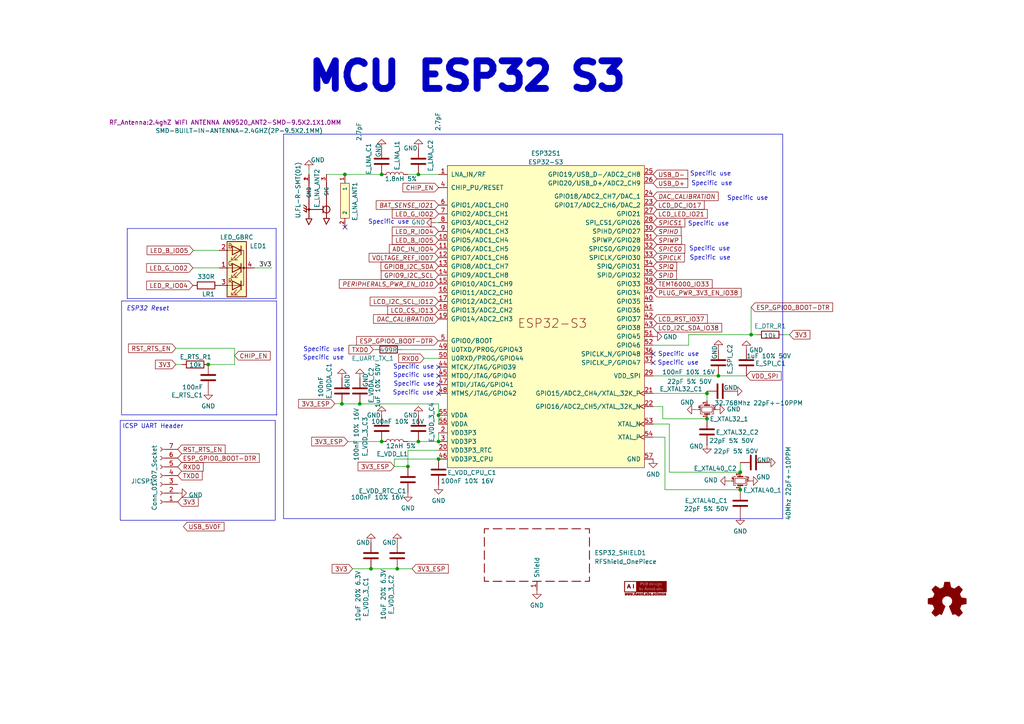
<source format=kicad_sch>
(kicad_sch (version 20230121) (generator eeschema)
  (paper "A4")
  (title_block (title "ESP32 S3") (date "2023-11-30") (rev "11-2022") (company "AeonLabs (https://github.com/aeonSolutions)"))
  (lib_symbols
    (symbol "Connector:Conn_01x07_Socket" (pin_names (offset 1.016) hide)
      (property "Reference" "J" (at 0 10.16 0))
      (property "Value" "Conn_01x07_Socket" (at 0 -10.16 0))
      (symbol "Conn_01x07_Socket_1_1"
        (pin passive line (at -5.08 7.62 0) (length 3.81) (name "Pin_1") (number "1"))
        (pin passive line (at -5.08 5.08 0) (length 3.81) (name "Pin_2") (number "2"))
        (pin passive line (at -5.08 2.54 0) (length 3.81) (name "Pin_3") (number "3"))
        (pin passive line (at -5.08 0 0) (length 3.81) (name "Pin_4") (number "4"))
        (pin passive line (at -5.08 -2.54 0) (length 3.81) (name "Pin_5") (number "5"))
        (pin passive line (at -5.08 -5.08 0) (length 3.81) (name "Pin_6") (number "6"))
        (pin passive line (at -5.08 -7.62 0) (length 3.81) (name "Pin_7") (number "7"))
      )
    )
    (symbol "Device:C" (pin_numbers hide) (pin_names (offset 0.254))
      (property "Reference" "C" (at 0.635 2.54 0))
      (property "Value" "C" (at 0.635 -2.54 0))
      (symbol "C_1_1"
        (pin passive line (at 0 3.81 270) (length 2.794) (name "~") (number "1"))
        (pin passive line (at 0 -3.81 90) (length 2.794) (name "~") (number "2"))
      )
    )
    (symbol "Device:Crystal_GND24_Small" (pin_names (offset 1.016) hide)
      (property "Reference" "Y" (at 1.27 4.445 0))
      (property "Value" "Crystal_GND24_Small" (at 1.27 2.54 0))
      (symbol "Crystal_GND24_Small_1_1"
        (pin passive line (at -2.54 0 0) (length 1.27) (name "1") (number "1"))
        (pin passive line (at 0 -2.54 90) (length 0.635) (name "2") (number "2"))
        (pin passive line (at 2.54 0 180) (length 1.27) (name "3") (number "3"))
        (pin passive line (at 0 2.54 270) (length 0.635) (name "4") (number "4"))
      )
    )
    (symbol "Device:L" (pin_numbers hide) (pin_names (offset 1.016) hide)
      (property "Reference" "L" (at -1.27 0 90))
      (property "Value" "L" (at 1.905 0 90))
      (symbol "L_1_1"
        (pin passive line (at 0 3.81 270) (length 1.27) (name "1") (number "1"))
        (pin passive line (at 0 -3.81 90) (length 1.27) (name "2") (number "2"))
      )
    )
    (symbol "Device:LED_GBRC" (pin_names (offset 0) hide)
      (property "Reference" "D" (at 0 9.398 0))
      (property "Value" "Device_LED_GBRC" (at 0 -8.89 0))
      (symbol "LED_GBRC_0_0"
        (text "B" (at 1.905 -6.35 0) (effects (font (size 1.27 1.27))))
        (text "G" (at 1.905 -1.27 0) (effects (font (size 1.27 1.27))))
        (text "R" (at 1.905 3.81 0) (effects (font (size 1.27 1.27))))
      )
      (symbol "LED_GBRC_1_1"
        (pin passive line (at 5.08 0 180) (length 2.54) (name "GA") (number "1"))
        (pin passive line (at 5.08 -5.08 180) (length 2.54) (name "BA") (number "2"))
        (pin passive line (at 5.08 5.08 180) (length 2.54) (name "RA") (number "3"))
        (pin passive line (at -5.08 0 0) (length 2.54) (name "K") (number "4"))
      )
    )
    (symbol "Device:R" (pin_numbers hide) (pin_names (offset 0))
      (property "Reference" "R" (at 2.032 0 90))
      (property "Value" "R" (at 0 0 90))
      (symbol "R_1_1"
        (pin passive line (at 0 3.81 270) (length 1.27) (name "~") (number "1"))
        (pin passive line (at 0 -3.81 90) (length 1.27) (name "~") (number "2"))
      )
    )
    (symbol "Device:RFShield_OnePiece" (pin_names (offset 1.016))
      (property "Reference" "J" (at 0 5.08 0))
      (property "Value" "RFShield_OnePiece" (at 0 2.54 0))
      (symbol "RFShield_OnePiece_1_1"
        (pin passive line (at 0 -10.16 90) (length 2.54) (name "Shield") (number "1"))
      )
    )
    (symbol "Device:SMD-BUILT-IN-ANTENNA-2.4GHZ(2P-9.5X2.1MM)" (pin_names (offset 1.016))
      (property "Reference" "ANT" (at -2.54 1.905 0))
      (property "Value" "SMD-BUILT-IN-ANTENNA-2.4GHZ(2P-9.5X2.1MM)" (at -15.24 8.89 0))
      (property "Footprint" "RF_Antenna:AN9520_ANT2-SMD-9.5X2.1X1.0MM" (at -7.62 5.08 0))
      (symbol "SMD-BUILT-IN-ANTENNA-2.4GHZ(2P-9.5X2.1MM)_0_0"
        (pin bidirectional line (at -7.62 0 0) (length 2.54) (name "1") (number "1"))
        (pin bidirectional line (at 7.62 0 180) (length 2.54) (name "2") (number "2"))
      )
    )
    (symbol "Espressif:ESP32-S3" (pin_names (offset 1.016))
      (property "Reference" "U" (at 0 46.99 0))
      (property "Value" "ESP32-S3" (at 0 -43.18 0))
      (symbol "ESP32-S3_0_0"
        (text "ESP32-S3" (at 1.27 0 0) (effects (font (size 2.54 2.54))))
        (pin bidirectional line (at 30.48 -8.89 180) (length 2.54) (name "SPICLK_N/GPIO48") (number "36"))
        (pin bidirectional line (at 30.48 -11.43 180) (length 2.54) (name "SPICLK_P/GPIO47") (number "37"))
      )
      (symbol "ESP32-S3_1_1"
        (pin bidirectional line (at -31.75 43.18 0) (length 2.54) (name "LNA_IN/RF") (number "1"))
        (pin bidirectional line (at -31.75 24.13 0) (length 2.54) (name "GPIO5/ADC1_CH4") (number "10"))
        (pin bidirectional line (at -31.75 21.59 0) (length 2.54) (name "GPIO6/ADC1_CH5") (number "11"))
        (pin bidirectional line (at -31.75 19.05 0) (length 2.54) (name "GPIO7/ADC1_CH6") (number "12"))
        (pin bidirectional line (at -31.75 16.51 0) (length 2.54) (name "GPIO8/ADC1_CH7") (number "13"))
        (pin bidirectional line (at -31.75 13.97 0) (length 2.54) (name "GPIO9/ADC1_CH8") (number "14"))
        (pin bidirectional line (at -31.75 11.43 0) (length 2.54) (name "GPIO10/ADC1_CH9") (number "15"))
        (pin bidirectional line (at -31.75 8.89 0) (length 2.54) (name "GPIO11/ADC2_CH0") (number "16"))
        (pin bidirectional line (at -31.75 6.35 0) (length 2.54) (name "GPIO12/ADC2_CH1") (number "17"))
        (pin bidirectional line (at -31.75 3.81 0) (length 2.54) (name "GPIO13/ADC2_CH2") (number "18"))
        (pin bidirectional line (at -31.75 1.27 0) (length 2.54) (name "GPIO14/ADC2_CH3") (number "19"))
        (pin power_in line (at -31.75 -31.75 0) (length 2.54) (name "VDD3P3") (number "2"))
        (pin power_in line (at -31.75 -36.83 0) (length 2.54) (name "VDD3P3_RTC") (number "20"))
        (pin input clock (at 30.48 -20.32 180) (length 2.54) (name "GPIO15/ADC2_CH4/XTAL_32K_P") (number "21"))
        (pin output clock (at 30.48 -24.13 180) (length 2.54) (name "GPIO16/ADC2_CH5/XTAL_32K_N") (number "22"))
        (pin bidirectional line (at 30.48 34.29 180) (length 2.54) (name "GPIO17/ADC2_CH6/DAC_2") (number "23"))
        (pin bidirectional line (at 30.48 36.83 180) (length 2.54) (name "GPIO18/ADC2_CH7/DAC_1") (number "24"))
        (pin bidirectional line (at 30.48 43.18 180) (length 2.54) (name "GPIO19/USB_D-/ADC2_CH8") (number "25"))
        (pin bidirectional line (at 30.48 40.64 180) (length 2.54) (name "GPIO20/USB_D+/ADC2_CH9") (number "26"))
        (pin bidirectional line (at 30.48 31.75 180) (length 2.54) (name "GPIO21") (number "27"))
        (pin bidirectional line (at 30.48 29.21 180) (length 2.54) (name "SPI_CS1/GPIO26") (number "28"))
        (pin power_out line (at 30.48 -15.24 180) (length 2.54) (name "VDD_SPI") (number "29"))
        (pin power_in line (at -31.75 -34.29 0) (length 2.54) (name "VDD3P3") (number "3"))
        (pin bidirectional line (at 30.48 26.67 180) (length 2.54) (name "SPIHD/GPIO27") (number "30"))
        (pin bidirectional line (at 30.48 24.13 180) (length 2.54) (name "SPIWP/GPIO28") (number "31"))
        (pin bidirectional line (at 30.48 21.59 180) (length 2.54) (name "SPICS0/GPIO29") (number "32"))
        (pin bidirectional line (at 30.48 19.05 180) (length 2.54) (name "SPICLK/GPIO30") (number "33"))
        (pin bidirectional line (at 30.48 16.51 180) (length 2.54) (name "SPIQ/GPIO31") (number "34"))
        (pin bidirectional line (at 30.48 13.97 180) (length 2.54) (name "SPID/GPIO32") (number "35"))
        (pin bidirectional line (at 30.48 11.43 180) (length 2.54) (name "GPIO33") (number "38"))
        (pin bidirectional line (at 30.48 8.89 180) (length 2.54) (name "GPIO34") (number "39"))
        (pin input line (at -31.75 39.37 0) (length 2.54) (name "CHIP_PU/RESET") (number "4"))
        (pin bidirectional line (at 30.48 6.35 180) (length 2.54) (name "GPIO35") (number "40"))
        (pin bidirectional line (at 30.48 3.81 180) (length 2.54) (name "GPIO36") (number "41"))
        (pin bidirectional line (at 30.48 1.27 180) (length 2.54) (name "GPIO37") (number "42"))
        (pin bidirectional line (at 30.48 -1.27 180) (length 2.54) (name "GPIO38") (number "43"))
        (pin bidirectional line (at -31.75 -12.7 0) (length 2.54) (name "MTCK/JTAG/GPIO39") (number "44"))
        (pin bidirectional line (at -31.75 -15.24 0) (length 2.54) (name "MTDO/JTAG/GPIO40") (number "45"))
        (pin power_in line (at -31.75 -39.37 0) (length 2.54) (name "VDD3P3_CPU") (number "46"))
        (pin bidirectional line (at -31.75 -17.78 0) (length 2.54) (name "MTDI/JTAG/GPIO41") (number "47"))
        (pin bidirectional line (at -31.75 -20.32 0) (length 2.54) (name "MTMS/JTAG/GPIO42") (number "48"))
        (pin bidirectional line (at -31.75 -7.62 0) (length 2.54) (name "U0TXD/PROG/GPIO43") (number "49"))
        (pin bidirectional line (at -31.75 -5.08 0) (length 2.54) (name "GPIO0/BOOT") (number "5"))
        (pin bidirectional line (at -31.75 -10.16 0) (length 2.54) (name "U0RXD/PROG/GPIO44") (number "50"))
        (pin bidirectional line (at 30.48 -3.81 180) (length 2.54) (name "GPIO45") (number "51"))
        (pin bidirectional line (at 30.48 -6.35 180) (length 2.54) (name "GPIO46") (number "52"))
        (pin input clock (at 30.48 -29.21 180) (length 2.54) (name "XTAL_N") (number "53"))
        (pin output clock (at 30.48 -33.02 180) (length 2.54) (name "XTAL_P") (number "54"))
        (pin power_in line (at -31.75 -26.67 0) (length 2.54) (name "VDDA") (number "55"))
        (pin power_in line (at -31.75 -29.21 0) (length 2.54) (name "VDDA") (number "56"))
        (pin power_in line (at 30.48 -39.37 180) (length 2.54) (name "GND") (number "57"))
        (pin bidirectional line (at -31.75 34.29 0) (length 2.54) (name "GPIO1/ADC1_CH0") (number "6"))
        (pin bidirectional line (at -31.75 31.75 0) (length 2.54) (name "GPIO2/ADC1_CH1") (number "7"))
        (pin bidirectional line (at -31.75 29.21 0) (length 2.54) (name "GPIO3/ADC1_CH2") (number "8"))
        (pin bidirectional line (at -31.75 26.67 0) (length 2.54) (name "GPIO4/ADC1_CH3") (number "9"))
      )
    )
    (symbol "Graphic:Logo_Open_Hardware_Small" (pin_names (offset 1.016)))
    (symbol "RF:U.FL-R-SMT(01)" (pin_names (offset 1.016))
      (property "Reference" "J" (at -3.81 4.064 0))
      (property "Value" "U.FL-R-SMT(01)" (at -4.318 -5.588 0))
      (symbol "U.FL-R-SMT(01)_0_0"
        (pin passive line (at -10.16 -2.54 0) (length 2.54) (name "GND") (number "1"))
        (pin passive line (at -10.16 -2.54 0) (length 2.54) (name "GND") (number "2"))
        (pin passive line (at -10.16 2.54 0) (length 2.54) (name "SIG") (number "3"))
      )
    )
    (symbol "aeonlabs science symbol:LOGO" (pin_names (offset 1.016)))
    (symbol "power:GND" (power) (pin_names (offset 0))
      (property "Value" "GND" (at 0 -3.81 0))
      (symbol "GND_1_1"
        (pin power_in line (at 0 0 270) (length 0) hide (name "GND") (number "1"))
      )
    )
  )
  (junction (at 115.2144 164.973))
  (junction (at 100.0252 50.5968))
  (junction (at 208.3562 109.0168))
  (junction (at 205.0542 114.0968))
  (junction (at 104.3432 117.1448))
  (junction (at 127.2032 128.0668))
  (junction (at 217.8558 97.0788))
  (junction (at 107.5944 164.973))
  (junction (at 127.2032 120.4468))
  (junction (at 110.6932 50.5968))
  (junction (at 214.7062 142.0368))
  (junction (at 205.0542 121.4628))
  (junction (at 99.1616 117.1448))
  (junction (at 127.2032 133.1468))
  (junction (at 118.3132 135.3058))
  (junction (at 110.6932 128.0668))
  (junction (at 121.3612 128.0668))
  (junction (at 60.4012 105.7148))
  (junction (at 214.7062 136.9568))
  (junction (at 121.3612 50.5968))
  (no_connect (at 189.4332 105.2068))
  (no_connect (at 127.2032 114.0968))
  (no_connect (at 127.2032 109.0168))
  (no_connect (at 127.2032 106.4768))
  (no_connect (at 189.4332 102.6668))
  (no_connect (at 127.2032 111.5568))
  (no_connect (at 100.0506 65.8622))
  (wire (pts (xy 94.6912 50.5968) (xy 100.0252 50.5968)))
  (wire (pts (xy 127.2032 130.6068) (xy 118.3132 130.6068)))
  (wire (pts (xy 217.8558 97.0788) (xy 199.7202 97.0788)))
  (polyline (pts (xy 80.2132 87.2998) (xy 80.2132 120.4468)))
  (wire (pts (xy 205.0542 113.4618) (xy 205.0542 114.0968)))
  (wire (pts (xy 121.3612 128.0668) (xy 127.2032 128.0668)))
  (wire (pts (xy 127.2032 117.1448) (xy 127.2032 120.4468)))
  (wire (pts (xy 63.5762 72.6186) (xy 56.0832 72.6186)))
  (wire (pts (xy 192.2272 117.9068) (xy 189.4332 117.9068)))
  (wire (pts (xy 102.2604 164.973) (xy 107.5944 164.973)))
  (wire (pts (xy 114.3762 135.3058) (xy 114.3762 133.1468)))
  (polyline (pts (xy 36.9062 86.5886) (xy 80.0862 86.5886)))
  (polyline (pts (xy 34.8742 150.9014) (xy 79.8322 150.9014)))
  (wire (pts (xy 118.3132 50.5968) (xy 121.3612 50.5968)))
  (wire (pts (xy 118.3132 130.6068) (xy 118.3132 135.3058)))
  (polyline (pts (xy 227.0252 38.9128) (xy 227.0252 150.4188)))
  (wire (pts (xy 99.1616 117.1956) (xy 99.1616 117.1448)))
  (wire (pts (xy 214.7062 134.1628) (xy 214.7062 136.9568)))
  (wire (pts (xy 123.0122 103.9368) (xy 127.2032 103.9368)))
  (wire (pts (xy 214.7062 136.9568) (xy 194.1322 136.9568)))
  (wire (pts (xy 192.8622 126.7968) (xy 189.4332 126.7968)))
  (polyline (pts (xy 36.9062 66.2686) (xy 36.9062 86.5886)))
  (wire (pts (xy 104.3432 117.1448) (xy 99.1616 117.1448)))
  (wire (pts (xy 104.3432 117.1448) (xy 127.2032 117.1448)))
  (polyline (pts (xy 35.2552 87.2998) (xy 80.2132 87.2998)))
  (wire (pts (xy 205.0542 129.0828) (xy 205.0542 128.9558)))
  (wire (pts (xy 127.2032 120.4468) (xy 127.2032 122.9868)))
  (wire (pts (xy 99.1616 117.094) (xy 99.1616 117.1448)))
  (wire (pts (xy 115.2144 164.973) (xy 119.507 164.973)))
  (polyline (pts (xy 80.0862 66.2686) (xy 36.9062 66.2686)))
  (wire (pts (xy 51.0032 101.0158) (xy 68.0212 101.0158)))
  (wire (pts (xy 208.3562 109.0168) (xy 216.4842 109.0168)))
  (wire (pts (xy 192.8622 142.0368) (xy 214.7062 142.0368)))
  (wire (pts (xy 68.0212 105.7148) (xy 60.4012 105.7148)))
  (wire (pts (xy 205.0542 121.4628) (xy 192.2272 121.4628)))
  (polyline (pts (xy 80.3402 120.3198) (xy 35.2552 120.3198)))
  (wire (pts (xy 194.1322 122.9868) (xy 194.1322 136.9568)))
  (wire (pts (xy 68.0212 101.0158) (xy 68.0212 105.7148)))
  (wire (pts (xy 126.3142 64.5668) (xy 127.2032 64.5668)))
  (polyline (pts (xy 79.8322 121.9454) (xy 34.8742 121.9454)))
  (polyline (pts (xy 82.2452 150.4188) (xy 82.2452 38.9128)))
  (wire (pts (xy 205.0542 121.4628) (xy 205.0542 121.3358)))
  (wire (pts (xy 127.2032 125.5268) (xy 127.2032 128.0668)))
  (wire (pts (xy 104.394 117.1956) (xy 104.3432 117.1956)))
  (wire (pts (xy 127.0762 98.8568) (xy 127.2032 98.8568)))
  (wire (pts (xy 100.0252 50.5968) (xy 110.6932 50.5968)))
  (wire (pts (xy 97.1296 117.094) (xy 99.1616 117.094)))
  (wire (pts (xy 199.7202 100.1268) (xy 199.7202 97.0788)))
  (wire (pts (xy 228.981 97.0788) (xy 227.203 97.0788)))
  (wire (pts (xy 212.1662 139.4968) (xy 211.5312 139.4968)))
  (polyline (pts (xy 35.2552 120.3198) (xy 35.2552 87.2998)))
  (wire (pts (xy 192.8622 142.0368) (xy 192.8622 126.7968)))
  (wire (pts (xy 205.0542 114.0968) (xy 205.0542 116.2558)))
  (wire (pts (xy 118.3132 135.3058) (xy 114.3762 135.3058)))
  (wire (pts (xy 73.7362 77.6986) (xy 78.8162 77.6986)))
  (wire (pts (xy 116.5352 101.3968) (xy 127.2032 101.3968)))
  (wire (pts (xy 217.8558 97.0788) (xy 217.8558 89.1032)))
  (polyline (pts (xy 227.0252 150.4188) (xy 82.2452 150.4188)))
  (wire (pts (xy 219.583 97.0788) (xy 217.8558 97.0788)))
  (wire (pts (xy 99.187 117.1956) (xy 99.1616 117.1956)))
  (wire (pts (xy 214.7062 149.7838) (xy 214.7062 149.6568)))
  (polyline (pts (xy 34.8742 121.9454) (xy 34.8742 150.9014)))
  (wire (pts (xy 208.3562 101.3968) (xy 208.3562 101.2698)))
  (wire (pts (xy 89.6112 49.0728) (xy 89.6112 50.5968)))
  (wire (pts (xy 51.0032 105.7148) (xy 52.7812 105.7148)))
  (wire (pts (xy 121.3612 50.5968) (xy 127.2032 50.5968)))
  (polyline (pts (xy 80.0862 86.5886) (xy 80.0862 66.2686)))
  (wire (pts (xy 114.3762 133.1468) (xy 127.2032 133.1468)))
  (wire (pts (xy 107.5944 164.973) (xy 115.2144 164.973)))
  (wire (pts (xy 55.9562 77.6986) (xy 63.5762 77.6986)))
  (wire (pts (xy 100.9142 128.0668) (xy 110.6932 128.0668)))
  (wire (pts (xy 192.2272 121.4628) (xy 192.2272 117.9068)))
  (wire (pts (xy 189.4332 122.9868) (xy 194.1322 122.9868)))
  (wire (pts (xy 214.7062 142.1638) (xy 214.7062 142.0368)))
  (wire (pts (xy 108.2802 101.3968) (xy 108.9152 101.3968)))
  (wire (pts (xy 202.5142 118.7958) (xy 201.8792 118.7958)))
  (wire (pts (xy 118.3132 128.0668) (xy 121.3612 128.0668)))
  (polyline (pts (xy 79.8322 121.9454) (xy 79.8322 150.9014)))
  (wire (pts (xy 189.4332 114.0968) (xy 205.0542 114.0968)))
  (wire (pts (xy 104.3432 117.1956) (xy 104.3432 117.1448)))
  (wire (pts (xy 189.4332 100.1268) (xy 199.7202 100.1268)))
  (wire (pts (xy 189.4332 109.0168) (xy 208.3562 109.0168)))
  (polyline (pts (xy 82.2452 38.9128) (xy 227.0252 38.9128)))
  (text "Specific use" (at 199.9742 75.6158 0) (effects (font (size 1.27 1.27)) (justify left bottom)))
  (text "Specific use" (at 87.8332 104.5718 0) (effects (font (size 1.27 1.27)) (justify left bottom)))
  (text "Specific use" (at 106.7562 65.2018 0) (effects (font (size 1.27 1.27)) (justify left bottom)))
  (text "ESP32 Reset" (at 36.6522 90.3478 0) (effects (font (size 1.27 1.27) italic) (justify left bottom)))
  (text "Specific use" (at 210.8454 58.293 0) (effects (font (size 1.27 1.27)) (justify left bottom)))
  (text "Specific use" (at 200.4822 54.0258 0) (effects (font (size 1.27 1.27)) (justify left bottom)))
  (text "Specific use" (at 190.7032 106.0958 0) (effects (font (size 1.27 1.27)) (justify left bottom)))
  (text "Specific use" (at 200.1012 51.2318 0) (effects (font (size 1.27 1.27)) (justify left bottom)))
  (text "Specific use" (at 113.8682 114.7318 0) (effects (font (size 1.27 1.27)) (justify left bottom)))
  (text "ICSP UART Header" (at 35.5092 124.4854 0) (effects (font (size 1.27 1.27)) (justify left bottom)))
  (text "Specific use" (at 113.9952 107.2388 0) (effects (font (size 1.27 1.27)) (justify left bottom)))
  (text "Specific use" (at 113.9952 109.6518 0) (effects (font (size 1.27 1.27)) (justify left bottom)))
  (text "Specific use" (at 190.8302 103.5558 0) (effects (font (size 1.27 1.27)) (justify left bottom)))
  (text "Specific use" (at 87.9602 102.1588 0) (effects (font (size 1.27 1.27)) (justify left bottom)))
  (text "MCU ESP32 S3" (at 88.6968 26.9748 0) (effects (font (size 8 8) (thickness 2) bold) (justify left bottom)))
  (text "Specific use" (at 114.1222 112.1918 0) (effects (font (size 1.27 1.27)) (justify left bottom)))
  (text "Specific use" (at 199.8472 72.9488 0) (effects (font (size 1.27 1.27)) (justify left bottom)))
  (text "Specific use" (at 199.4916 65.7352 0) (effects (font (size 1.27 1.27)) (justify left bottom)))
  (label "3V3" (at 78.8162 77.6986 180))
  (global_label "SPICS0" (shape input) (at 189.4332 72.1868 0) (effects (font italic)) (property "Intersheetrefs" "${INTERSHEET_REFS}" (effects hide)))
  (global_label "ADC_IN_IO04" (shape input) (at 127.2032 72.1868 180) (property "Intersheetrefs" "${INTERSHEET_REFS}" (effects hide)))
  (global_label "LCD_I2C_SCL_IO12" (shape input) (at 127.2032 87.4268 180) (property "Intersheetrefs" "${INTERSHEET_REFS}" (effects hide)))
  (global_label "RXD0" (shape input) (at 123.0122 103.9368 180) (property "Intersheetrefs" "${INTERSHEET_REFS}" (effects hide)))
  (global_label "LCD_RST_IO37" (shape input) (at 189.4332 92.5068 0) (property "Intersheetrefs" "${INTERSHEET_REFS}" (effects hide)))
  (global_label "GPIO8_I2C_SDA" (shape input) (at 127.2032 77.2668 180) (property "Intersheetrefs" "${INTERSHEET_REFS}" (effects hide)))
  (global_label "LCD_I2C_SDA_IO38" (shape input) (at 189.4332 95.0468 0) (property "Intersheetrefs" "${INTERSHEET_REFS}" (effects hide)))
  (global_label "3V3_ESP" (shape input) (at 97.1296 117.094 180) (property "Intersheetrefs" "${INTERSHEET_REFS}" (effects hide)))
  (global_label "3V3" (shape input) (at 102.2604 164.973 180) (property "Intersheetrefs" "${INTERSHEET_REFS}" (effects hide)))
  (global_label "LED_G_IO02" (shape input) (at 55.9562 77.6986 180) (property "Intersheetrefs" "${INTERSHEET_REFS}" (effects hide)))
  (global_label "ESP_GPIO0_BOOT-DTR" (shape input) (at 217.8558 89.1032 0) (property "Intersheetrefs" "${INTERSHEET_REFS}" (effects hide)))
  (global_label "3V3" (shape input) (at 228.981 97.0788 0) (property "Intersheetrefs" "${INTERSHEET_REFS}" (effects hide)))
  (global_label "LED_G_IO02" (shape input) (at 127.2032 62.0268 180) (property "Intersheetrefs" "${INTERSHEET_REFS}" (effects hide)))
  (global_label "GPIO9_I2C_SCL" (shape input) (at 127.2032 79.8068 180) (property "Intersheetrefs" "${INTERSHEET_REFS}" (effects hide)))
  (global_label "LCD_DC_IO17" (shape input) (at 189.4332 59.4868 0) (property "Intersheetrefs" "${INTERSHEET_REFS}" (effects hide)))
  (global_label "BAT_SENSE_IO21" (shape input) (at 127.2032 59.4868 180) (effects (font italic)) (property "Intersheetrefs" "${INTERSHEET_REFS}" (effects hide)))
  (global_label "DAC_CALIBRATION" (shape input) (at 127.2032 92.5068 180) (effects (font italic)) (property "Intersheetrefs" "${INTERSHEET_REFS}" (effects hide)))
  (global_label "USB_D-" (shape input) (at 189.4332 50.5968 0) (property "Intersheetrefs" "${INTERSHEET_REFS}" (effects hide)))
  (global_label "ESP_GPIO0_BOOT-DTR" (shape input) (at 127.0762 98.8568 180) (property "Intersheetrefs" "${INTERSHEET_REFS}" (effects hide)))
  (global_label "LED_B_IO05" (shape input) (at 56.0832 72.6186 180) (property "Intersheetrefs" "${INTERSHEET_REFS}" (effects hide)))
  (global_label "SPIWP" (shape input) (at 189.4332 69.6468 0) (effects (font italic)) (property "Intersheetrefs" "${INTERSHEET_REFS}" (effects hide)))
  (global_label "LED_R_IO04" (shape input) (at 127.2032 67.1068 180) (property "Intersheetrefs" "${INTERSHEET_REFS}" (effects hide)))
  (global_label "3V3_ESP" (shape input) (at 100.9142 128.0668 180) (property "Intersheetrefs" "${INTERSHEET_REFS}" (effects hide)))
  (global_label "USB_D+" (shape input) (at 189.4332 53.1368 0) (property "Intersheetrefs" "${INTERSHEET_REFS}" (effects hide)))
  (global_label "3V3_ESP" (shape input) (at 119.507 164.973 0) (property "Intersheetrefs" "${INTERSHEET_REFS}" (effects hide)))
  (global_label "LCD_CS_IO13" (shape input) (at 127.2032 89.9668 180) (property "Intersheetrefs" "${INTERSHEET_REFS}" (effects hide)))
  (global_label "CHIP_EN" (shape input) (at 127.2032 54.4068 180) (property "Intersheetrefs" "${INTERSHEET_REFS}" (effects hide)))
  (global_label "3V3" (shape input) (at 51.0032 105.7148 180) (property "Intersheetrefs" "${INTERSHEET_REFS}" (effects hide)))
  (global_label "USB_5V0F" (shape input) (at 53.1876 152.7302 0) (property "Intersheetrefs" "${INTERSHEET_REFS}" (effects hide)))
  (global_label "SPICS1" (shape input) (at 189.4332 64.5668 0) (effects (font italic)) (property "Intersheetrefs" "${INTERSHEET_REFS}" (effects hide)))
  (global_label "LED_R_IO04" (shape input) (at 55.9562 82.7786 180) (property "Intersheetrefs" "${INTERSHEET_REFS}" (effects hide)))
  (global_label "LED_B_IO05" (shape input) (at 127.2032 69.6468 180) (property "Intersheetrefs" "${INTERSHEET_REFS}" (effects hide)))
  (global_label "3V3_ESP" (shape input) (at 114.3762 135.3058 180) (property "Intersheetrefs" "${INTERSHEET_REFS}" (effects hide)))
  (global_label "RXD0" (shape input) (at 51.562 135.4074 0) (property "Intersheetrefs" "${INTERSHEET_REFS}" (effects hide)))
  (global_label "VDD_SPI" (shape input) (at 216.4842 109.0168 0) (property "Intersheetrefs" "${INTERSHEET_REFS}" (effects hide)))
  (global_label "RST_RTS_EN" (shape input) (at 51.0032 101.0158 180) (property "Intersheetrefs" "${INTERSHEET_REFS}" (effects hide)))
  (global_label "VOLTAGE_REF_IO07" (shape input) (at 127.2032 74.7268 180) (property "Intersheetrefs" "${INTERSHEET_REFS}" (effects hide)))
  (global_label "TXD0" (shape input) (at 51.562 137.9474 0) (property "Intersheetrefs" "${INTERSHEET_REFS}" (effects hide)))
  (global_label "TEMT6000_IO33" (shape input) (at 189.4332 82.3468 0) (property "Intersheetrefs" "${INTERSHEET_REFS}" (effects hide)))
  (global_label "SPICLK" (shape input) (at 189.4332 74.7268 0) (effects (font italic)) (property "Intersheetrefs" "${INTERSHEET_REFS}" (effects hide)))
  (global_label "DAC_CALIBRATION" (shape input) (at 189.4332 56.9468 0) (effects (font italic)) (property "Intersheetrefs" "${INTERSHEET_REFS}" (effects hide)))
  (global_label "SPIQ" (shape input) (at 189.4332 77.2668 0) (effects (font italic)) (property "Intersheetrefs" "${INTERSHEET_REFS}" (effects hide)))
  (global_label "SPID" (shape input) (at 189.4332 79.8068 0) (effects (font italic)) (property "Intersheetrefs" "${INTERSHEET_REFS}" (effects hide)))
  (global_label "CHIP_EN" (shape input) (at 68.0212 103.1748 0) (property "Intersheetrefs" "${INTERSHEET_REFS}" (effects hide)))
  (global_label "ESP_GPIO0_BOOT-DTR" (shape input) (at 51.562 132.8674 0) (property "Intersheetrefs" "${INTERSHEET_REFS}" (effects hide)))
  (global_label "PLUG_PWR_3V3_EN_IO38" (shape input) (at 189.4332 84.8868 0) (property "Intersheetrefs" "${INTERSHEET_REFS}" (effects hide)))
  (global_label "TXD0" (shape input) (at 108.2802 101.3968 180) (property "Intersheetrefs" "${INTERSHEET_REFS}" (effects hide)))
  (global_label "PERIPHERALS_PWR_EN_IO10" (shape input) (at 127.2032 82.3468 180) (effects (font italic)) (property "Intersheetrefs" "${INTERSHEET_REFS}" (effects hide)))
  (global_label "SPIHD" (shape input) (at 189.4332 67.1068 0) (effects (font italic)) (property "Intersheetrefs" "${INTERSHEET_REFS}" (effects hide)))
  (global_label "RST_RTS_EN" (shape input) (at 51.562 130.3274 0) (property "Intersheetrefs" "${INTERSHEET_REFS}" (effects hide)))
  (global_label "LCD_LED_IO21" (shape input) (at 189.4332 62.0268 0) (property "Intersheetrefs" "${INTERSHEET_REFS}" (effects hide)))
  (global_label "3V3" (shape input) (at 51.562 145.5674 0) (property "Intersheetrefs" "${INTERSHEET_REFS}" (effects hide)))
  (symbol (lib_id "power:GND") (at 155.7274 171.1452 0) (unit 1)
    (property "Reference" "#PWR036" (effects hide))
    (property "Value" "GND" (at 155.7274 175.5886 0))
  )
  (symbol (lib_id "Device:C") (at 121.3612 124.2568 0) (mirror x) (unit 1)
    (property "Reference" "E_VDD_3_C4" (at 125.1712 116.6876 90) (effects (justify left)))
    (property "Value" "100nF 10% 16V" (at 107.6452 122.2502 0) (effects (justify left)))
    (property "Footprint" "Capacitor_SMD:C_0603_1608Metric" (effects hide))
  )
  (symbol (lib_id "power:GND") (at 99.187 109.5756 180) (unit 1)
    (property "Reference" "#PWR08" (effects hide))
    (property "Value" "GND" (at 100.7364 112.5728 90) (effects (justify right)))
  )
  (symbol (lib_id "power:GND") (at 60.4012 113.3348 0) (unit 1)
    (property "Reference" "#PWR06" (effects hide))
    (property "Value" "GND" (at 60.4012 117.7782 0))
  )
  (symbol (lib_id "Device:C") (at 214.7062 145.9738 0) (unit 1)
    (property "Reference" "E_XTAL40_C1" (at 198.6026 145.2118 0) (effects (justify left)))
    (property "Value" "22pF 5% 50V" (at 198.3486 147.574 0) (effects (justify left)))
    (property "Footprint" "Capacitor_SMD:C_0603_1608Metric" (effects hide))
  )
  (symbol (lib_id "Device:C") (at 118.3132 139.1158 0) (unit 1)
    (property "Reference" "E_VDD_RTC_C1" (at 104.013 142.4178 0) (effects (justify left)))
    (property "Value" "100nF 10% 16V" (at 101.7524 144.2466 0) (effects (justify left)))
    (property "Footprint" "Capacitor_SMD:C_0603_1608Metric" (effects hide))
  )
  (symbol (lib_id "power:GND") (at 115.2144 157.353 0) (mirror x) (unit 1)
    (property "Reference" "#PWR011" (effects hide))
    (property "Value" "GND" (at 112.9284 157.353 0))
  )
  (symbol (lib_id "power:GND") (at 211.5312 139.4968 270) (unit 1)
    (property "Reference" "#PWR026" (effects hide))
    (property "Value" "GND" (at 208.2292 139.2428 90) (effects (justify right)))
  )
  (symbol (lib_id "power:GND") (at 189.4332 133.1468 0) (unit 1)
    (property "Reference" "#PWR021" (effects hide))
    (property "Value" "GND" (at 189.4332 137.5902 0))
  )
  (symbol (lib_id "Device:C") (at 104.394 113.3856 0) (unit 1)
    (property "Reference" "E_VDDA_C2" (at 107.696 117.0178 90) (effects (justify left)))
    (property "Value" "1uF 10% 50V" (at 109.5756 118.3386 90) (effects (justify left)))
    (property "Footprint" "Capacitor_SMD:C_0805_2012Metric" (effects hide))
  )
  (symbol (lib_id "Device:R") (at 56.5912 105.7148 90) (unit 1)
    (property "Reference" "E_RTS_R1" (at 56.7436 103.5304 90))
    (property "Value" "10k" (at 56.6928 105.8164 90))
    (property "Footprint" "Resistor_SMD:R_0603_1608Metric" (effects hide))
  )
  (symbol (lib_id "Device:R") (at 223.393 97.0788 270) (unit 1)
    (property "Reference" "E_DTR_R1" (at 223.3676 94.5896 90))
    (property "Value" "10k" (at 223.3676 97.3328 90))
    (property "Footprint" "Resistor_SMD:R_0603_1608Metric" (effects hide))
  )
  (symbol (lib_id "Device:C") (at 115.2144 161.163 0) (mirror x) (unit 1)
    (property "Reference" "E_VDD_3_C2" (at 113.4872 166.7002 90) (effects (justify left)))
    (property "Value" "10uF 20% 6.3V" (at 111.2012 165.0492 90) (effects (justify left)))
    (property "Footprint" "Capacitor_SMD:C_0805_2012Metric" (effects hide))
  )
  (symbol (lib_id "power:GND") (at 121.3612 42.9768 0) (mirror x) (unit 1)
    (property "Reference" "#PWR016" (effects hide))
    (property "Value" "GND" (at 119.0752 42.9768 0))
  )
  (symbol (lib_id "power:GND") (at 216.4842 101.3968 180) (unit 1)
    (property "Reference" "#PWR029" (effects hide))
    (property "Value" "GND" (at 219.3036 101.5238 0))
  )
  (symbol (lib_id "Device:C") (at 208.3562 105.2068 180) (unit 1)
    (property "Reference" "E_SPI_C2" (at 211.709 99.7966 90) (effects (justify left)))
    (property "Value" "100nF 10% 16V" (at 207.4164 107.9246 0) (effects (justify left)))
    (property "Footprint" "Capacitor_SMD:C_0603_1608Metric" (effects hide))
  )
  (symbol (lib_id "RF:U.FL-R-SMT(01)") (at 92.1512 60.7568 270) (unit 1)
    (property "Reference" "E_LNA_ANT2" (at 91.948 48.9712 0) (effects (justify left)))
    (property "Value" "U.FL-R-SMT(01)" (at 86.4362 46.9138 0) (effects (justify left)))
    (property "Footprint" "RF_Antenna:RF Antenna IPEX SMD PCB HRS_U.FL-R-SMT(01)" (effects hide))
    (property "AVAILABILITY" "Good" (effects hide))
    (property "DESCRIPTION" "U.FL Series 6 Ghz 50 Ohm Ultra-small SMT Coaxial Cable Receptacle" (effects hide))
    (property "PRICE" "0.84 USD" (effects hide))
    (property "MF" "Hirose" (effects hide))
    (property "MP" "U.FL-R-SMT(01)" (effects hide))
    (property "PACKAGE" "None" (effects hide))
  )
  (symbol (lib_id "aeonlabs science symbol:LOGO") (at 187.198 170.7388 0) (unit 1)
    (property "Reference" "#G1" (effects hide))
    (property "Value" "LOGO" (effects hide))
  )
  (symbol (lib_id "power:GND") (at 208.3562 101.2698 180) (unit 1)
    (property "Reference" "#PWR025" (effects hide))
    (property "Value" "GND" (at 207.264 102.1842 90))
  )
  (symbol (lib_id "Device:C") (at 205.0542 125.2728 0) (unit 1)
    (property "Reference" "E_XTAL32_C2" (at 207.5942 125.3998 0) (effects (justify left)))
    (property "Value" "22pF 5% 50V" (at 205.6892 127.8128 0) (effects (justify left)))
    (property "Footprint" "Capacitor_SMD:C_0603_1608Metric" (effects hide))
  )
  (symbol (lib_id "power:GND") (at 121.3612 120.4468 0) (mirror x) (unit 1)
    (property "Reference" "#PWR017" (effects hide))
    (property "Value" "GND" (at 119.0752 120.4468 0))
  )
  (symbol (lib_id "Device:L") (at 114.5032 128.0668 90) (unit 1)
    (property "Reference" "E_VDD_L1" (at 113.7666 131.6736 90))
    (property "Value" "12nH 5%" (at 116.2812 129.3368 90))
    (property "Footprint" "Inductor_SMD:L_0805_2012Metric" (effects hide))
  )
  (symbol (lib_id "Device:C") (at 208.8642 113.4618 90) (unit 1)
    (property "Reference" "E_XTAL32_C1" (at 203.7842 112.8268 90) (effects (justify left)))
    (property "Value" "22pF 5% 50V" (at 206.4512 110.6678 90) (effects (justify left)))
    (property "Footprint" "Capacitor_SMD:C_0603_1608Metric" (effects hide))
  )
  (symbol (lib_id "power:GND") (at 127.2032 140.7668 0) (unit 1)
    (property "Reference" "#PWR019" (effects hide))
    (property "Value" "GND" (at 127.2032 145.2102 0))
  )
  (symbol (lib_id "power:GND") (at 189.4332 97.5868 90) (unit 1)
    (property "Reference" "#PWR020" (effects hide))
    (property "Value" "GND" (at 192.3542 97.7138 90) (effects (justify right)))
  )
  (symbol (lib_id "Device:L") (at 114.5032 50.5968 90) (unit 1)
    (property "Reference" "E_LNA_l1" (at 115.1636 45.1104 0))
    (property "Value" "1.8nH 5%" (at 116.2812 51.8668 90))
    (property "Footprint" "Inductor_SMD:L_0805_2012Metric" (effects hide))
  )
  (symbol (lib_id "Device:C") (at 110.6932 46.7868 0) (mirror x) (unit 1)
    (property "Reference" "E_LNA_C1" (at 106.9086 41.4528 90) (effects (justify left)))
    (property "Value" "2.7pF" (at 104.14 35.433 90) (effects (justify left)))
    (property "Footprint" "Capacitor_SMD:C_0603_1608Metric" (effects hide))
  )
  (symbol (lib_id "power:GND") (at 201.8792 118.7958 270) (unit 1)
    (property "Reference" "#PWR022" (effects hide))
    (property "Value" "GND" (at 201.3458 116.713 90) (effects (justify right)))
  )
  (symbol (lib_id "Espressif:ESP32-S3") (at 158.9532 93.7768 0) (unit 1)
    (property "Reference" "ESP32S1" (at 158.3182 44.484 0))
    (property "Value" "ESP32-S3" (at 158.3182 47.0209 0))
    (property "Footprint" "Package_DFN_QFN:QFN-56-1EP_7x7mm_P0.4mm_EP5.6x5.6mm" (effects hide))
  )
  (symbol (lib_id "Device:SMD-BUILT-IN-ANTENNA-2.4GHZ(2P-9.5X2.1MM)") (at 100.0252 58.2168 270) (unit 1)
    (property "Reference" "E_LNA_ANT1" (at 102.9208 64.1096 0) (effects (justify right)))
    (property "Value" "SMD-BUILT-IN-ANTENNA-2.4GHZ(2P-9.5X2.1MM)" (at 93.6752 37.9222 90) (effects (justify right)))
    (property "Footprint" "RF_Antenna:2.4ghZ WIFI ANTENNA AN9520_ANT2-SMD-9.5X2.1X1.0MM" (at 99.0092 35.5092 90) (effects (justify right)))
    (property "VALUE" "AN9520" (effects hide))
  )
  (symbol (lib_id "power:GND") (at 126.3142 64.5668 270) (unit 1)
    (property "Reference" "#PWR018" (effects hide))
    (property "Value" "GND" (at 123.3932 64.4398 90) (effects (justify right)))
  )
  (symbol (lib_id "power:GND") (at 222.3262 134.1628 90) (unit 1)
    (property "Reference" "#PWR031" (effects hide))
    (property "Value" "GND" (at 221.5134 133.4516 90))
  )
  (symbol (lib_id "Device:C") (at 216.4842 105.2068 180) (unit 1)
    (property "Reference" "E_SPI_C1" (at 227.9142 105.41 0) (effects (justify left)))
    (property "Value" "1uF 10% 50V" (at 229.4636 103.251 0) (effects (justify left)))
    (property "Footprint" "Capacitor_SMD:C_0603_1608Metric" (effects hide))
  )
  (symbol (lib_id "Device:C") (at 99.187 113.3856 0) (unit 1)
    (property "Reference" "E_VDDA_C1" (at 95.4278 115.7478 90) (effects (justify left)))
    (property "Value" "100nF" (at 93.0402 115.2652 90) (effects (justify left)))
    (property "Footprint" "Capacitor_SMD:C_0603_1608Metric" (effects hide))
  )
  (symbol (lib_id "Device:LED_GBRC") (at 68.6562 77.6986 180) (unit 1)
    (property "Reference" "LED1" (at 74.8792 71.3486 0))
    (property "Value" "LED_GBRC" (at 68.6562 68.8086 0))
    (property "Footprint" "LED_SMD:LED_1206_3210_RGB_Metric" (effects hide))
  )
  (symbol (lib_id "power:GND") (at 51.562 143.0274 90) (unit 1)
    (property "Reference" "#PWR01" (effects hide))
    (property "Value" "GND" (at 54.6862 143.5862 90) (effects (justify right)))
  )
  (symbol (lib_id "Device:RFShield_OnePiece") (at 155.7274 160.9852 0) (unit 1)
    (property "Reference" "ESP32_SHIELD1" (at 172.3898 160.3502 0) (effects (justify left)))
    (property "Value" "RFShield_OnePiece" (at 172.3898 162.8902 0) (effects (justify left)))
    (property "Footprint" "AeonLabs_Shields:ESP32-S3 GND Shield" (effects hide))
  )
  (symbol (lib_id "Connector:Conn_01x07_Socket") (at 46.482 137.9474 180) (unit 1)
    (property "Reference" "JICSP1" (at 41.3766 139.5476 0))
    (property "Value" "Conn_01x07_Socket" (at 44.7802 138.5824 90))
    (property "Footprint" "Connector_JST:JST_SH_SM07B-SRSS-TB_1x07-1MP_P1.00mm_Horizontal" (effects hide))
  )
  (symbol (lib_id "Device:C") (at 110.6932 124.2568 0) (mirror x) (unit 1)
    (property "Reference" "E_VDD_3_C3" (at 105.8672 120.8786 90) (effects (justify left)))
    (property "Value" "100nF 10% 16V" (at 103.3526 118.3132 90) (effects (justify left)))
    (property "Footprint" "Capacitor_SMD:C_0603_1608Metric" (effects hide))
  )
  (symbol (lib_id "Device:Crystal_GND24_Small") (at 214.7062 139.4968 90) (unit 1)
    (property "Reference" "E_XTAL40_1" (at 221.107 142.1892 90))
    (property "Value" "40Mhz 22pF+-10PPM" (at 228.6508 140.1572 0))
    (property "Footprint" "Crystal:Crystal_SMD_3225-4Pin_3.2x2.5mm" (effects hide))
  )
  (symbol (lib_id "Device:R") (at 59.7662 82.7786 90) (unit 1)
    (property "Reference" "LR1" (at 62.3062 85.3186 90) (effects (justify left)))
    (property "Value" "330R" (at 62.3062 80.2386 90) (effects (justify left)))
    (property "Footprint" "Resistor_SMD:R_0603_1608Metric" (effects hide))
  )
  (symbol (lib_id "Device:C") (at 107.5944 161.163 0) (mirror x) (unit 1)
    (property "Reference" "E_VDD_3_C1" (at 106.1212 167.4114 90) (effects (justify left)))
    (property "Value" "10uF 20% 6.3V" (at 103.8352 165.5064 90) (effects (justify left)))
    (property "Footprint" "Capacitor_SMD:C_0805_2012Metric" (effects hide))
  )
  (symbol (lib_id "power:GND") (at 212.6742 113.4618 90) (unit 1)
    (property "Reference" "#PWR027" (effects hide))
    (property "Value" "GND" (at 211.9122 112.4458 90))
  )
  (symbol (lib_id "power:GND") (at 217.2462 139.4968 90) (unit 1)
    (property "Reference" "#PWR030" (effects hide))
    (property "Value" "GND" (at 221.3864 138.3538 90))
  )
  (symbol (lib_id "Device:C") (at 121.3612 46.7868 0) (mirror x) (unit 1)
    (property "Reference" "E_LNA_C2" (at 124.8664 40.5638 90) (effects (justify left)))
    (property "Value" "2.7pF" (at 127.0254 32.512 90) (effects (justify left)))
    (property "Footprint" "Capacitor_SMD:C_0603_1608Metric" (effects hide))
  )
  (symbol (lib_id "power:GND") (at 104.394 109.5756 180) (unit 1)
    (property "Reference" "#PWR010" (effects hide))
    (property "Value" "GND" (at 106.0196 112.3442 90) (effects (justify right)))
  )
  (symbol (lib_id "power:GND") (at 107.5944 157.353 0) (mirror x) (unit 1)
    (property "Reference" "#PWR09" (effects hide))
    (property "Value" "GND" (at 105.3084 157.353 0))
  )
  (symbol (lib_id "power:GND") (at 110.6932 42.9768 0) (mirror x) (unit 1)
    (property "Reference" "#PWR012" (effects hide))
    (property "Value" "GND" (at 109.7534 43.6372 90))
  )
  (symbol (lib_id "Device:C") (at 60.4012 109.5248 180) (unit 1)
    (property "Reference" "E_RTS_C1" (at 58.8772 114.6048 0) (effects (justify left)))
    (property "Value" "100nF" (at 58.8772 112.3188 0) (effects (justify left)))
    (property "Footprint" "Capacitor_SMD:C_0603_1608Metric" (effects hide))
  )
  (symbol (lib_id "Graphic:Logo_Open_Hardware_Small") (at 274.7264 174.4472 0) (unit 1)
    (property "Reference" "#LOGO1" (effects hide))
    (property "Value" "Logo_Open_Hardware_Small" (effects hide))
    (property "Footprint" "Symbol:OSHW-Symbol_6.7x6mm_SilkScreen" (effects hide))
  )
  (symbol (lib_id "power:GND") (at 207.5942 118.7958 90) (unit 1)
    (property "Reference" "#PWR024" (effects hide))
    (property "Value" "GND" (at 212.8012 118.6688 90))
  )
  (symbol (lib_id "power:GND") (at 214.7062 149.6568 0) (unit 1)
    (property "Reference" "#PWR028" (effects hide))
    (property "Value" "GND" (at 214.7062 154.1002 0))
  )
  (symbol (lib_id "power:GND") (at 110.6932 120.4468 0) (mirror x) (unit 1)
    (property "Reference" "#PWR013" (effects hide))
    (property "Value" "GND" (at 108.4072 120.4468 0))
  )
  (symbol (lib_id "Device:Crystal_GND24_Small") (at 205.0542 118.7958 90) (unit 1)
    (property "Reference" "E_XTAL32_1" (at 211.455 121.539 90))
    (property "Value" "32.768Mhz 22pF+-10PPM" (at 220.0402 116.8908 90))
    (property "Footprint" "Crystal:Crystal_SMD_3225-4Pin_3.2x2.5mm" (effects hide))
  )
  (symbol (lib_id "power:GND") (at 118.3132 142.9258 0) (unit 1)
    (property "Reference" "#PWR014" (effects hide))
    (property "Value" "GND" (at 118.3132 147.3692 0))
  )
  (symbol (lib_id "power:GND") (at 205.0542 128.9558 0) (unit 1)
    (property "Reference" "#PWR023" (effects hide))
    (property "Value" "GND" (at 201.9554 129.4638 0))
  )
  (symbol (lib_id "Device:C") (at 127.2032 136.9568 0) (unit 1)
    (property "Reference" "E_VDD_CPU_C1" (at 129.7432 137.0838 0) (effects (justify left)))
    (property "Value" "100nF 10% 16V" (at 127.8382 139.4968 0) (effects (justify left)))
    (property "Footprint" "Capacitor_SMD:C_0603_1608Metric" (effects hide))
  )
  (symbol (lib_id "power:GND") (at 89.6112 49.0728 0) (mirror x) (unit 1)
    (property "Reference" "#PWR07" (effects hide))
    (property "Value" "GND" (at 92.1512 46.4058 0))
  )
  (symbol (lib_id "Device:C") (at 218.5162 134.1628 90) (unit 1)
    (property "Reference" "E_XTAL40_C2" (at 213.6902 135.8646 90) (effects (justify left)))
    (property "Value" "22pF 5% 50V" (at 219.9132 130.8608 90) (effects (justify left)))
    (property "Footprint" "Capacitor_SMD:C_0603_1608Metric" (effects hide))
  )
  (symbol (lib_id "Device:R") (at 112.7252 101.3968 90) (unit 1)
    (property "Reference" "E_UART_TX_1" (at 108.1278 103.9368 90))
    (property "Value" "499R" (at 112.6998 101.4984 90))
    (property "Footprint" "Resistor_SMD:R_0603_1608Metric" (effects hide))
  )
)
</source>
